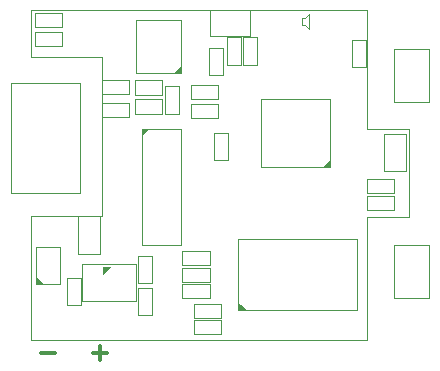
<source format=gbr>
%FSLAX34Y34*%
%MOMM*%
%LNSILK_TOP*%
G71*
G01*
%ADD10C, 0.100*%
%ADD11C, 0.300*%
%LPD*%
G54D10*
X324000Y820000D02*
X342000Y820000D01*
X342000Y788000D01*
X324000Y788000D01*
X324000Y820000D01*
G36*
X278000Y792000D02*
X278000Y798000D01*
X272000Y792000D01*
X278000Y792000D01*
G37*
G54D10*
X278000Y792000D02*
X278000Y798000D01*
X272000Y792000D01*
X278000Y792000D01*
G54D11*
X83000Y640000D02*
X83000Y628000D01*
X83000Y634000D01*
X89000Y634000D01*
X77000Y634000D01*
G54D11*
X33000Y634000D02*
X45000Y634000D01*
G36*
X29000Y693000D02*
X35000Y693000D01*
X29000Y699000D01*
X29000Y693000D01*
G37*
G54D10*
X29000Y693000D02*
X35000Y693000D01*
X29000Y699000D01*
X29000Y693000D01*
G36*
X86000Y707000D02*
X92000Y707000D01*
X86000Y701000D01*
X86000Y707000D01*
G37*
G54D10*
X86000Y707000D02*
X92000Y707000D01*
X86000Y701000D01*
X86000Y707000D01*
G54D10*
X67500Y697500D02*
X67500Y674500D01*
X55500Y674500D01*
X55500Y697500D01*
X67500Y697500D01*
G54D10*
X127500Y693500D02*
X127500Y716500D01*
X115500Y716500D01*
X115500Y693500D01*
X127500Y693500D01*
G36*
X119000Y824000D02*
X119000Y819000D01*
X124000Y824000D01*
X119000Y824000D01*
G37*
G54D10*
X119000Y824000D02*
X119000Y819000D01*
X124000Y824000D01*
X119000Y824000D01*
G54D10*
X65000Y750000D02*
X83000Y750000D01*
X83000Y718000D01*
X65000Y718000D01*
X65000Y750000D01*
G54D10*
X176096Y708500D02*
X153096Y708500D01*
X153096Y720500D01*
X176096Y720500D01*
X176096Y708500D01*
G54D10*
X175500Y869900D02*
X175500Y892900D01*
X187500Y892900D01*
X187500Y869900D01*
X175500Y869900D01*
G36*
X152000Y871000D02*
X152000Y877000D01*
X146000Y871000D01*
X152000Y871000D01*
G37*
G54D10*
X152000Y871000D02*
X152000Y877000D01*
X146000Y871000D01*
X152000Y871000D01*
G54D10*
X176000Y925000D02*
X210000Y925000D01*
X210000Y903000D01*
X176000Y903000D01*
X176000Y925000D01*
G54D10*
X51000Y910000D02*
X28000Y910000D01*
X28000Y922000D01*
X51000Y922000D01*
X51000Y910000D01*
G54D10*
X51000Y894000D02*
X28000Y894000D01*
X28000Y906000D01*
X51000Y906000D01*
X51000Y894000D01*
G54D10*
X127500Y689500D02*
X127500Y666500D01*
X115500Y666500D01*
X115500Y689500D01*
X127500Y689500D01*
G54D10*
X191500Y820500D02*
X191500Y797500D01*
X179500Y797500D01*
X179500Y820500D01*
X191500Y820500D01*
G54D10*
X107938Y833658D02*
X84938Y833658D01*
X84938Y845658D01*
X107938Y845658D01*
X107938Y833658D01*
G54D10*
X107938Y853658D02*
X84938Y853658D01*
X84938Y865658D01*
X107938Y865658D01*
X107938Y853658D01*
G54D10*
X190500Y901500D02*
X190500Y878500D01*
X202500Y878500D01*
X202500Y901500D01*
X190500Y901500D01*
G54D10*
X160500Y833500D02*
X183500Y833500D01*
X183500Y845500D01*
X160500Y845500D01*
X160500Y833500D01*
G54D10*
X160000Y861000D02*
X183000Y861000D01*
X183000Y849000D01*
X160000Y849000D01*
X160000Y861000D01*
G54D10*
X296500Y876500D02*
X296500Y899500D01*
X308500Y899500D01*
X308500Y876500D01*
X296500Y876500D01*
G36*
X200502Y670385D02*
X206502Y670385D01*
X200502Y676385D01*
X200502Y670385D01*
G37*
G54D10*
X200502Y670385D02*
X206502Y670385D01*
X200502Y676385D01*
X200502Y670385D01*
G54D10*
X66000Y863000D02*
X8000Y863000D01*
X8000Y770000D01*
X66000Y770000D01*
X66000Y863000D01*
G54D10*
X68000Y710000D02*
X114000Y710000D01*
X114000Y678000D01*
X68000Y678000D01*
X68000Y710000D01*
G54D10*
X332000Y892000D02*
X362000Y892000D01*
X362000Y847000D01*
X332000Y847000D01*
X332000Y892000D01*
G54D10*
X332000Y726000D02*
X362000Y726000D01*
X362000Y681000D01*
X332000Y681000D01*
X332000Y726000D01*
G54D10*
X25000Y925000D02*
X309000Y925000D01*
X309000Y824000D01*
X345000Y824000D01*
X345000Y749000D01*
X309000Y749000D01*
X309000Y645000D01*
X25000Y645000D01*
X25000Y750000D01*
X85000Y750000D01*
X85000Y885000D01*
X25000Y885000D01*
X25000Y925000D01*
G54D10*
X254000Y918000D02*
X254000Y912000D01*
X257000Y912000D01*
X260000Y909000D01*
X260000Y921000D01*
X257000Y918000D01*
X254000Y918000D01*
G54D10*
X150000Y860000D02*
X150000Y837000D01*
X138000Y837000D01*
X138000Y860000D01*
X150000Y860000D01*
G54D10*
X204500Y878500D02*
X204500Y901500D01*
X216500Y901500D01*
X216500Y878500D01*
X204500Y878500D01*
G54D10*
X113000Y849000D02*
X136000Y849000D01*
X136000Y837000D01*
X113000Y837000D01*
X113000Y849000D01*
G54D10*
X113000Y865000D02*
X136000Y865000D01*
X136000Y853000D01*
X113000Y853000D01*
X113000Y865000D01*
G54D10*
X119000Y824000D02*
X152000Y824000D01*
X152000Y726000D01*
X119000Y726000D01*
X119000Y824000D01*
G54D10*
X278000Y792000D02*
X220000Y792000D01*
X220000Y849000D01*
X278000Y849000D01*
X278000Y792000D01*
G54D10*
X29000Y693000D02*
X49000Y693000D01*
X49000Y724000D01*
X29000Y724000D01*
X29000Y693000D01*
G54D10*
X200502Y670385D02*
X301000Y670385D01*
X301000Y731000D01*
X200502Y731000D01*
X200502Y670385D01*
G54D10*
X332000Y770000D02*
X309000Y770000D01*
X309000Y782000D01*
X332000Y782000D01*
X332000Y770000D01*
G54D10*
X332000Y755000D02*
X309000Y755000D01*
X309000Y767000D01*
X332000Y767000D01*
X332000Y755000D01*
G54D10*
X186000Y650000D02*
X163000Y650000D01*
X163000Y662000D01*
X186000Y662000D01*
X186000Y650000D01*
G54D10*
X186000Y664000D02*
X163000Y664000D01*
X163000Y676000D01*
X186000Y676000D01*
X186000Y664000D01*
G54D10*
X152000Y871000D02*
X114000Y871000D01*
X114000Y916000D01*
X152000Y916000D01*
X152000Y871000D01*
G54D10*
X176096Y694500D02*
X153096Y694500D01*
X153096Y706500D01*
X176096Y706500D01*
X176096Y694500D01*
G54D10*
X176096Y680500D02*
X153096Y680500D01*
X153096Y692500D01*
X176096Y692500D01*
X176096Y680500D01*
M02*

</source>
